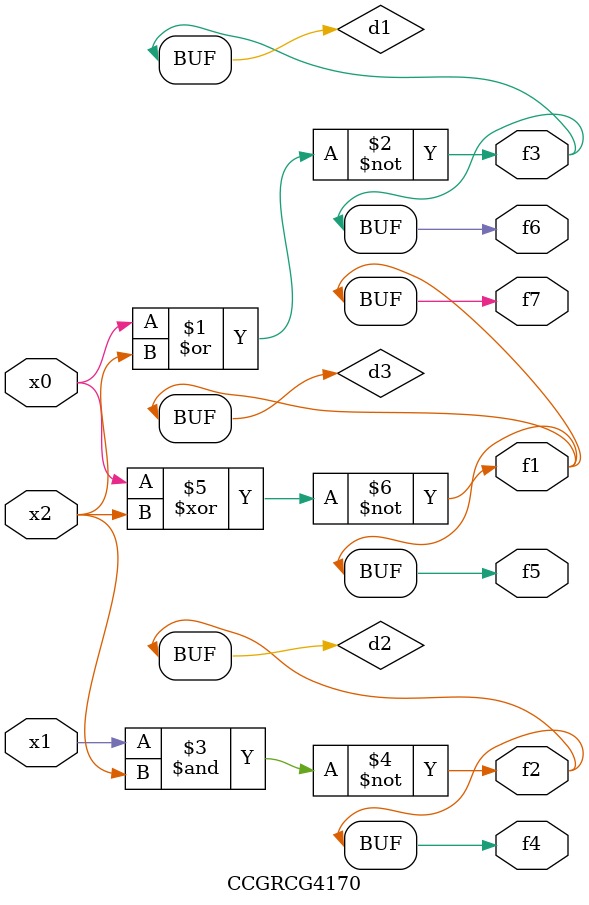
<source format=v>
module CCGRCG4170(
	input x0, x1, x2,
	output f1, f2, f3, f4, f5, f6, f7
);

	wire d1, d2, d3;

	nor (d1, x0, x2);
	nand (d2, x1, x2);
	xnor (d3, x0, x2);
	assign f1 = d3;
	assign f2 = d2;
	assign f3 = d1;
	assign f4 = d2;
	assign f5 = d3;
	assign f6 = d1;
	assign f7 = d3;
endmodule

</source>
